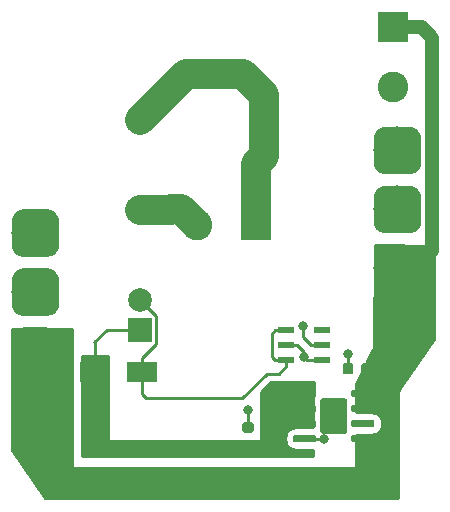
<source format=gbr>
G04 #@! TF.GenerationSoftware,KiCad,Pcbnew,5.1.4*
G04 #@! TF.CreationDate,2020-01-08T09:35:31-05:00*
G04 #@! TF.ProjectId,siot-node-relay,73696f74-2d6e-46f6-9465-2d72656c6179,rev?*
G04 #@! TF.SameCoordinates,Original*
G04 #@! TF.FileFunction,Copper,L1,Top*
G04 #@! TF.FilePolarity,Positive*
%FSLAX46Y46*%
G04 Gerber Fmt 4.6, Leading zero omitted, Abs format (unit mm)*
G04 Created by KiCad (PCBNEW 5.1.4) date 2020-01-08 09:35:31*
%MOMM*%
%LPD*%
G04 APERTURE LIST*
%ADD10C,2.600000*%
%ADD11R,2.600000X2.600000*%
%ADD12C,2.000000*%
%ADD13R,2.000000X2.000000*%
%ADD14R,1.330000X0.530000*%
%ADD15C,0.800000*%
%ADD16C,0.100000*%
%ADD17C,0.600000*%
%ADD18C,2.290000*%
%ADD19R,2.500000X1.800000*%
%ADD20C,4.000000*%
%ADD21C,0.875000*%
%ADD22C,0.250000*%
%ADD23C,1.143000*%
%ADD24C,2.540000*%
%ADD25C,0.254000*%
G04 APERTURE END LIST*
D10*
X194750000Y-83100000D03*
D11*
X194750000Y-78100000D03*
D10*
X178150000Y-94800000D03*
D11*
X183150000Y-94800000D03*
D12*
X173350000Y-85920000D03*
X173350000Y-93540000D03*
X173350000Y-101160000D03*
D13*
X173350000Y-103700000D03*
D14*
X185725000Y-106270000D03*
X185725000Y-105000000D03*
X185725000Y-103730000D03*
X188775000Y-103730000D03*
X188775000Y-106270000D03*
X188775000Y-105000000D03*
D15*
X190250000Y-111900000D03*
X189150000Y-111900000D03*
X190250000Y-111000000D03*
X190250000Y-110100000D03*
X189150000Y-111000000D03*
D16*
G36*
X193064703Y-108795722D02*
G01*
X193079264Y-108797882D01*
X193093543Y-108801459D01*
X193107403Y-108806418D01*
X193120710Y-108812712D01*
X193133336Y-108820280D01*
X193145159Y-108829048D01*
X193156066Y-108838934D01*
X193165952Y-108849841D01*
X193174720Y-108861664D01*
X193182288Y-108874290D01*
X193188582Y-108887597D01*
X193193541Y-108901457D01*
X193197118Y-108915736D01*
X193199278Y-108930297D01*
X193200000Y-108945000D01*
X193200000Y-109245000D01*
X193199278Y-109259703D01*
X193197118Y-109274264D01*
X193193541Y-109288543D01*
X193188582Y-109302403D01*
X193182288Y-109315710D01*
X193174720Y-109328336D01*
X193165952Y-109340159D01*
X193156066Y-109351066D01*
X193145159Y-109360952D01*
X193133336Y-109369720D01*
X193120710Y-109377288D01*
X193107403Y-109383582D01*
X193093543Y-109388541D01*
X193079264Y-109392118D01*
X193064703Y-109394278D01*
X193050000Y-109395000D01*
X191400000Y-109395000D01*
X191385297Y-109394278D01*
X191370736Y-109392118D01*
X191356457Y-109388541D01*
X191342597Y-109383582D01*
X191329290Y-109377288D01*
X191316664Y-109369720D01*
X191304841Y-109360952D01*
X191293934Y-109351066D01*
X191284048Y-109340159D01*
X191275280Y-109328336D01*
X191267712Y-109315710D01*
X191261418Y-109302403D01*
X191256459Y-109288543D01*
X191252882Y-109274264D01*
X191250722Y-109259703D01*
X191250000Y-109245000D01*
X191250000Y-108945000D01*
X191250722Y-108930297D01*
X191252882Y-108915736D01*
X191256459Y-108901457D01*
X191261418Y-108887597D01*
X191267712Y-108874290D01*
X191275280Y-108861664D01*
X191284048Y-108849841D01*
X191293934Y-108838934D01*
X191304841Y-108829048D01*
X191316664Y-108820280D01*
X191329290Y-108812712D01*
X191342597Y-108806418D01*
X191356457Y-108801459D01*
X191370736Y-108797882D01*
X191385297Y-108795722D01*
X191400000Y-108795000D01*
X193050000Y-108795000D01*
X193064703Y-108795722D01*
X193064703Y-108795722D01*
G37*
D17*
X192225000Y-109095000D03*
D16*
G36*
X193064703Y-110065722D02*
G01*
X193079264Y-110067882D01*
X193093543Y-110071459D01*
X193107403Y-110076418D01*
X193120710Y-110082712D01*
X193133336Y-110090280D01*
X193145159Y-110099048D01*
X193156066Y-110108934D01*
X193165952Y-110119841D01*
X193174720Y-110131664D01*
X193182288Y-110144290D01*
X193188582Y-110157597D01*
X193193541Y-110171457D01*
X193197118Y-110185736D01*
X193199278Y-110200297D01*
X193200000Y-110215000D01*
X193200000Y-110515000D01*
X193199278Y-110529703D01*
X193197118Y-110544264D01*
X193193541Y-110558543D01*
X193188582Y-110572403D01*
X193182288Y-110585710D01*
X193174720Y-110598336D01*
X193165952Y-110610159D01*
X193156066Y-110621066D01*
X193145159Y-110630952D01*
X193133336Y-110639720D01*
X193120710Y-110647288D01*
X193107403Y-110653582D01*
X193093543Y-110658541D01*
X193079264Y-110662118D01*
X193064703Y-110664278D01*
X193050000Y-110665000D01*
X191400000Y-110665000D01*
X191385297Y-110664278D01*
X191370736Y-110662118D01*
X191356457Y-110658541D01*
X191342597Y-110653582D01*
X191329290Y-110647288D01*
X191316664Y-110639720D01*
X191304841Y-110630952D01*
X191293934Y-110621066D01*
X191284048Y-110610159D01*
X191275280Y-110598336D01*
X191267712Y-110585710D01*
X191261418Y-110572403D01*
X191256459Y-110558543D01*
X191252882Y-110544264D01*
X191250722Y-110529703D01*
X191250000Y-110515000D01*
X191250000Y-110215000D01*
X191250722Y-110200297D01*
X191252882Y-110185736D01*
X191256459Y-110171457D01*
X191261418Y-110157597D01*
X191267712Y-110144290D01*
X191275280Y-110131664D01*
X191284048Y-110119841D01*
X191293934Y-110108934D01*
X191304841Y-110099048D01*
X191316664Y-110090280D01*
X191329290Y-110082712D01*
X191342597Y-110076418D01*
X191356457Y-110071459D01*
X191370736Y-110067882D01*
X191385297Y-110065722D01*
X191400000Y-110065000D01*
X193050000Y-110065000D01*
X193064703Y-110065722D01*
X193064703Y-110065722D01*
G37*
D17*
X192225000Y-110365000D03*
D16*
G36*
X193064703Y-111335722D02*
G01*
X193079264Y-111337882D01*
X193093543Y-111341459D01*
X193107403Y-111346418D01*
X193120710Y-111352712D01*
X193133336Y-111360280D01*
X193145159Y-111369048D01*
X193156066Y-111378934D01*
X193165952Y-111389841D01*
X193174720Y-111401664D01*
X193182288Y-111414290D01*
X193188582Y-111427597D01*
X193193541Y-111441457D01*
X193197118Y-111455736D01*
X193199278Y-111470297D01*
X193200000Y-111485000D01*
X193200000Y-111785000D01*
X193199278Y-111799703D01*
X193197118Y-111814264D01*
X193193541Y-111828543D01*
X193188582Y-111842403D01*
X193182288Y-111855710D01*
X193174720Y-111868336D01*
X193165952Y-111880159D01*
X193156066Y-111891066D01*
X193145159Y-111900952D01*
X193133336Y-111909720D01*
X193120710Y-111917288D01*
X193107403Y-111923582D01*
X193093543Y-111928541D01*
X193079264Y-111932118D01*
X193064703Y-111934278D01*
X193050000Y-111935000D01*
X191400000Y-111935000D01*
X191385297Y-111934278D01*
X191370736Y-111932118D01*
X191356457Y-111928541D01*
X191342597Y-111923582D01*
X191329290Y-111917288D01*
X191316664Y-111909720D01*
X191304841Y-111900952D01*
X191293934Y-111891066D01*
X191284048Y-111880159D01*
X191275280Y-111868336D01*
X191267712Y-111855710D01*
X191261418Y-111842403D01*
X191256459Y-111828543D01*
X191252882Y-111814264D01*
X191250722Y-111799703D01*
X191250000Y-111785000D01*
X191250000Y-111485000D01*
X191250722Y-111470297D01*
X191252882Y-111455736D01*
X191256459Y-111441457D01*
X191261418Y-111427597D01*
X191267712Y-111414290D01*
X191275280Y-111401664D01*
X191284048Y-111389841D01*
X191293934Y-111378934D01*
X191304841Y-111369048D01*
X191316664Y-111360280D01*
X191329290Y-111352712D01*
X191342597Y-111346418D01*
X191356457Y-111341459D01*
X191370736Y-111337882D01*
X191385297Y-111335722D01*
X191400000Y-111335000D01*
X193050000Y-111335000D01*
X193064703Y-111335722D01*
X193064703Y-111335722D01*
G37*
D17*
X192225000Y-111635000D03*
D16*
G36*
X193064703Y-112605722D02*
G01*
X193079264Y-112607882D01*
X193093543Y-112611459D01*
X193107403Y-112616418D01*
X193120710Y-112622712D01*
X193133336Y-112630280D01*
X193145159Y-112639048D01*
X193156066Y-112648934D01*
X193165952Y-112659841D01*
X193174720Y-112671664D01*
X193182288Y-112684290D01*
X193188582Y-112697597D01*
X193193541Y-112711457D01*
X193197118Y-112725736D01*
X193199278Y-112740297D01*
X193200000Y-112755000D01*
X193200000Y-113055000D01*
X193199278Y-113069703D01*
X193197118Y-113084264D01*
X193193541Y-113098543D01*
X193188582Y-113112403D01*
X193182288Y-113125710D01*
X193174720Y-113138336D01*
X193165952Y-113150159D01*
X193156066Y-113161066D01*
X193145159Y-113170952D01*
X193133336Y-113179720D01*
X193120710Y-113187288D01*
X193107403Y-113193582D01*
X193093543Y-113198541D01*
X193079264Y-113202118D01*
X193064703Y-113204278D01*
X193050000Y-113205000D01*
X191400000Y-113205000D01*
X191385297Y-113204278D01*
X191370736Y-113202118D01*
X191356457Y-113198541D01*
X191342597Y-113193582D01*
X191329290Y-113187288D01*
X191316664Y-113179720D01*
X191304841Y-113170952D01*
X191293934Y-113161066D01*
X191284048Y-113150159D01*
X191275280Y-113138336D01*
X191267712Y-113125710D01*
X191261418Y-113112403D01*
X191256459Y-113098543D01*
X191252882Y-113084264D01*
X191250722Y-113069703D01*
X191250000Y-113055000D01*
X191250000Y-112755000D01*
X191250722Y-112740297D01*
X191252882Y-112725736D01*
X191256459Y-112711457D01*
X191261418Y-112697597D01*
X191267712Y-112684290D01*
X191275280Y-112671664D01*
X191284048Y-112659841D01*
X191293934Y-112648934D01*
X191304841Y-112639048D01*
X191316664Y-112630280D01*
X191329290Y-112622712D01*
X191342597Y-112616418D01*
X191356457Y-112611459D01*
X191370736Y-112607882D01*
X191385297Y-112605722D01*
X191400000Y-112605000D01*
X193050000Y-112605000D01*
X193064703Y-112605722D01*
X193064703Y-112605722D01*
G37*
D17*
X192225000Y-112905000D03*
D16*
G36*
X188114703Y-112605722D02*
G01*
X188129264Y-112607882D01*
X188143543Y-112611459D01*
X188157403Y-112616418D01*
X188170710Y-112622712D01*
X188183336Y-112630280D01*
X188195159Y-112639048D01*
X188206066Y-112648934D01*
X188215952Y-112659841D01*
X188224720Y-112671664D01*
X188232288Y-112684290D01*
X188238582Y-112697597D01*
X188243541Y-112711457D01*
X188247118Y-112725736D01*
X188249278Y-112740297D01*
X188250000Y-112755000D01*
X188250000Y-113055000D01*
X188249278Y-113069703D01*
X188247118Y-113084264D01*
X188243541Y-113098543D01*
X188238582Y-113112403D01*
X188232288Y-113125710D01*
X188224720Y-113138336D01*
X188215952Y-113150159D01*
X188206066Y-113161066D01*
X188195159Y-113170952D01*
X188183336Y-113179720D01*
X188170710Y-113187288D01*
X188157403Y-113193582D01*
X188143543Y-113198541D01*
X188129264Y-113202118D01*
X188114703Y-113204278D01*
X188100000Y-113205000D01*
X186450000Y-113205000D01*
X186435297Y-113204278D01*
X186420736Y-113202118D01*
X186406457Y-113198541D01*
X186392597Y-113193582D01*
X186379290Y-113187288D01*
X186366664Y-113179720D01*
X186354841Y-113170952D01*
X186343934Y-113161066D01*
X186334048Y-113150159D01*
X186325280Y-113138336D01*
X186317712Y-113125710D01*
X186311418Y-113112403D01*
X186306459Y-113098543D01*
X186302882Y-113084264D01*
X186300722Y-113069703D01*
X186300000Y-113055000D01*
X186300000Y-112755000D01*
X186300722Y-112740297D01*
X186302882Y-112725736D01*
X186306459Y-112711457D01*
X186311418Y-112697597D01*
X186317712Y-112684290D01*
X186325280Y-112671664D01*
X186334048Y-112659841D01*
X186343934Y-112648934D01*
X186354841Y-112639048D01*
X186366664Y-112630280D01*
X186379290Y-112622712D01*
X186392597Y-112616418D01*
X186406457Y-112611459D01*
X186420736Y-112607882D01*
X186435297Y-112605722D01*
X186450000Y-112605000D01*
X188100000Y-112605000D01*
X188114703Y-112605722D01*
X188114703Y-112605722D01*
G37*
D17*
X187275000Y-112905000D03*
D16*
G36*
X188114703Y-111335722D02*
G01*
X188129264Y-111337882D01*
X188143543Y-111341459D01*
X188157403Y-111346418D01*
X188170710Y-111352712D01*
X188183336Y-111360280D01*
X188195159Y-111369048D01*
X188206066Y-111378934D01*
X188215952Y-111389841D01*
X188224720Y-111401664D01*
X188232288Y-111414290D01*
X188238582Y-111427597D01*
X188243541Y-111441457D01*
X188247118Y-111455736D01*
X188249278Y-111470297D01*
X188250000Y-111485000D01*
X188250000Y-111785000D01*
X188249278Y-111799703D01*
X188247118Y-111814264D01*
X188243541Y-111828543D01*
X188238582Y-111842403D01*
X188232288Y-111855710D01*
X188224720Y-111868336D01*
X188215952Y-111880159D01*
X188206066Y-111891066D01*
X188195159Y-111900952D01*
X188183336Y-111909720D01*
X188170710Y-111917288D01*
X188157403Y-111923582D01*
X188143543Y-111928541D01*
X188129264Y-111932118D01*
X188114703Y-111934278D01*
X188100000Y-111935000D01*
X186450000Y-111935000D01*
X186435297Y-111934278D01*
X186420736Y-111932118D01*
X186406457Y-111928541D01*
X186392597Y-111923582D01*
X186379290Y-111917288D01*
X186366664Y-111909720D01*
X186354841Y-111900952D01*
X186343934Y-111891066D01*
X186334048Y-111880159D01*
X186325280Y-111868336D01*
X186317712Y-111855710D01*
X186311418Y-111842403D01*
X186306459Y-111828543D01*
X186302882Y-111814264D01*
X186300722Y-111799703D01*
X186300000Y-111785000D01*
X186300000Y-111485000D01*
X186300722Y-111470297D01*
X186302882Y-111455736D01*
X186306459Y-111441457D01*
X186311418Y-111427597D01*
X186317712Y-111414290D01*
X186325280Y-111401664D01*
X186334048Y-111389841D01*
X186343934Y-111378934D01*
X186354841Y-111369048D01*
X186366664Y-111360280D01*
X186379290Y-111352712D01*
X186392597Y-111346418D01*
X186406457Y-111341459D01*
X186420736Y-111337882D01*
X186435297Y-111335722D01*
X186450000Y-111335000D01*
X188100000Y-111335000D01*
X188114703Y-111335722D01*
X188114703Y-111335722D01*
G37*
D17*
X187275000Y-111635000D03*
D16*
G36*
X188114703Y-110065722D02*
G01*
X188129264Y-110067882D01*
X188143543Y-110071459D01*
X188157403Y-110076418D01*
X188170710Y-110082712D01*
X188183336Y-110090280D01*
X188195159Y-110099048D01*
X188206066Y-110108934D01*
X188215952Y-110119841D01*
X188224720Y-110131664D01*
X188232288Y-110144290D01*
X188238582Y-110157597D01*
X188243541Y-110171457D01*
X188247118Y-110185736D01*
X188249278Y-110200297D01*
X188250000Y-110215000D01*
X188250000Y-110515000D01*
X188249278Y-110529703D01*
X188247118Y-110544264D01*
X188243541Y-110558543D01*
X188238582Y-110572403D01*
X188232288Y-110585710D01*
X188224720Y-110598336D01*
X188215952Y-110610159D01*
X188206066Y-110621066D01*
X188195159Y-110630952D01*
X188183336Y-110639720D01*
X188170710Y-110647288D01*
X188157403Y-110653582D01*
X188143543Y-110658541D01*
X188129264Y-110662118D01*
X188114703Y-110664278D01*
X188100000Y-110665000D01*
X186450000Y-110665000D01*
X186435297Y-110664278D01*
X186420736Y-110662118D01*
X186406457Y-110658541D01*
X186392597Y-110653582D01*
X186379290Y-110647288D01*
X186366664Y-110639720D01*
X186354841Y-110630952D01*
X186343934Y-110621066D01*
X186334048Y-110610159D01*
X186325280Y-110598336D01*
X186317712Y-110585710D01*
X186311418Y-110572403D01*
X186306459Y-110558543D01*
X186302882Y-110544264D01*
X186300722Y-110529703D01*
X186300000Y-110515000D01*
X186300000Y-110215000D01*
X186300722Y-110200297D01*
X186302882Y-110185736D01*
X186306459Y-110171457D01*
X186311418Y-110157597D01*
X186317712Y-110144290D01*
X186325280Y-110131664D01*
X186334048Y-110119841D01*
X186343934Y-110108934D01*
X186354841Y-110099048D01*
X186366664Y-110090280D01*
X186379290Y-110082712D01*
X186392597Y-110076418D01*
X186406457Y-110071459D01*
X186420736Y-110067882D01*
X186435297Y-110065722D01*
X186450000Y-110065000D01*
X188100000Y-110065000D01*
X188114703Y-110065722D01*
X188114703Y-110065722D01*
G37*
D17*
X187275000Y-110365000D03*
D16*
G36*
X188114703Y-108795722D02*
G01*
X188129264Y-108797882D01*
X188143543Y-108801459D01*
X188157403Y-108806418D01*
X188170710Y-108812712D01*
X188183336Y-108820280D01*
X188195159Y-108829048D01*
X188206066Y-108838934D01*
X188215952Y-108849841D01*
X188224720Y-108861664D01*
X188232288Y-108874290D01*
X188238582Y-108887597D01*
X188243541Y-108901457D01*
X188247118Y-108915736D01*
X188249278Y-108930297D01*
X188250000Y-108945000D01*
X188250000Y-109245000D01*
X188249278Y-109259703D01*
X188247118Y-109274264D01*
X188243541Y-109288543D01*
X188238582Y-109302403D01*
X188232288Y-109315710D01*
X188224720Y-109328336D01*
X188215952Y-109340159D01*
X188206066Y-109351066D01*
X188195159Y-109360952D01*
X188183336Y-109369720D01*
X188170710Y-109377288D01*
X188157403Y-109383582D01*
X188143543Y-109388541D01*
X188129264Y-109392118D01*
X188114703Y-109394278D01*
X188100000Y-109395000D01*
X186450000Y-109395000D01*
X186435297Y-109394278D01*
X186420736Y-109392118D01*
X186406457Y-109388541D01*
X186392597Y-109383582D01*
X186379290Y-109377288D01*
X186366664Y-109369720D01*
X186354841Y-109360952D01*
X186343934Y-109351066D01*
X186334048Y-109340159D01*
X186325280Y-109328336D01*
X186317712Y-109315710D01*
X186311418Y-109302403D01*
X186306459Y-109288543D01*
X186302882Y-109274264D01*
X186300722Y-109259703D01*
X186300000Y-109245000D01*
X186300000Y-108945000D01*
X186300722Y-108930297D01*
X186302882Y-108915736D01*
X186306459Y-108901457D01*
X186311418Y-108887597D01*
X186317712Y-108874290D01*
X186325280Y-108861664D01*
X186334048Y-108849841D01*
X186343934Y-108838934D01*
X186354841Y-108829048D01*
X186366664Y-108820280D01*
X186379290Y-108812712D01*
X186392597Y-108806418D01*
X186406457Y-108801459D01*
X186420736Y-108797882D01*
X186435297Y-108795722D01*
X186450000Y-108795000D01*
X188100000Y-108795000D01*
X188114703Y-108795722D01*
X188114703Y-108795722D01*
G37*
D17*
X187275000Y-109095000D03*
D15*
X189150000Y-110100000D03*
D16*
G36*
X190669505Y-109501204D02*
G01*
X190693773Y-109504804D01*
X190717572Y-109510765D01*
X190740671Y-109519030D01*
X190762850Y-109529520D01*
X190783893Y-109542132D01*
X190803599Y-109556747D01*
X190821777Y-109573223D01*
X190838253Y-109591401D01*
X190852868Y-109611107D01*
X190865480Y-109632150D01*
X190875970Y-109654329D01*
X190884235Y-109677428D01*
X190890196Y-109701227D01*
X190893796Y-109725495D01*
X190895000Y-109749999D01*
X190895000Y-112250001D01*
X190893796Y-112274505D01*
X190890196Y-112298773D01*
X190884235Y-112322572D01*
X190875970Y-112345671D01*
X190865480Y-112367850D01*
X190852868Y-112388893D01*
X190838253Y-112408599D01*
X190821777Y-112426777D01*
X190803599Y-112443253D01*
X190783893Y-112457868D01*
X190762850Y-112470480D01*
X190740671Y-112480970D01*
X190717572Y-112489235D01*
X190693773Y-112495196D01*
X190669505Y-112498796D01*
X190645001Y-112500000D01*
X188854999Y-112500000D01*
X188830495Y-112498796D01*
X188806227Y-112495196D01*
X188782428Y-112489235D01*
X188759329Y-112480970D01*
X188737150Y-112470480D01*
X188716107Y-112457868D01*
X188696401Y-112443253D01*
X188678223Y-112426777D01*
X188661747Y-112408599D01*
X188647132Y-112388893D01*
X188634520Y-112367850D01*
X188624030Y-112345671D01*
X188615765Y-112322572D01*
X188609804Y-112298773D01*
X188606204Y-112274505D01*
X188605000Y-112250001D01*
X188605000Y-109749999D01*
X188606204Y-109725495D01*
X188609804Y-109701227D01*
X188615765Y-109677428D01*
X188624030Y-109654329D01*
X188634520Y-109632150D01*
X188647132Y-109611107D01*
X188661747Y-109591401D01*
X188678223Y-109573223D01*
X188696401Y-109556747D01*
X188716107Y-109542132D01*
X188737150Y-109529520D01*
X188759329Y-109519030D01*
X188782428Y-109510765D01*
X188806227Y-109504804D01*
X188830495Y-109501204D01*
X188854999Y-109500000D01*
X190645001Y-109500000D01*
X190669505Y-109501204D01*
X190669505Y-109501204D01*
G37*
D18*
X189750000Y-111000000D03*
D19*
X173550000Y-107250000D03*
X169550000Y-107250000D03*
D16*
G36*
X196248017Y-86504815D02*
G01*
X196345090Y-86519215D01*
X196440285Y-86543060D01*
X196532683Y-86576120D01*
X196621397Y-86618079D01*
X196705570Y-86668530D01*
X196784393Y-86726990D01*
X196857107Y-86792893D01*
X196923010Y-86865607D01*
X196981470Y-86944430D01*
X197031921Y-87028603D01*
X197073880Y-87117317D01*
X197106940Y-87209715D01*
X197130785Y-87304910D01*
X197145185Y-87401983D01*
X197150000Y-87500000D01*
X197150000Y-89500000D01*
X197145185Y-89598017D01*
X197130785Y-89695090D01*
X197106940Y-89790285D01*
X197073880Y-89882683D01*
X197031921Y-89971397D01*
X196981470Y-90055570D01*
X196923010Y-90134393D01*
X196857107Y-90207107D01*
X196784393Y-90273010D01*
X196705570Y-90331470D01*
X196621397Y-90381921D01*
X196532683Y-90423880D01*
X196440285Y-90456940D01*
X196345090Y-90480785D01*
X196248017Y-90495185D01*
X196150000Y-90500000D01*
X194150000Y-90500000D01*
X194051983Y-90495185D01*
X193954910Y-90480785D01*
X193859715Y-90456940D01*
X193767317Y-90423880D01*
X193678603Y-90381921D01*
X193594430Y-90331470D01*
X193515607Y-90273010D01*
X193442893Y-90207107D01*
X193376990Y-90134393D01*
X193318530Y-90055570D01*
X193268079Y-89971397D01*
X193226120Y-89882683D01*
X193193060Y-89790285D01*
X193169215Y-89695090D01*
X193154815Y-89598017D01*
X193150000Y-89500000D01*
X193150000Y-87500000D01*
X193154815Y-87401983D01*
X193169215Y-87304910D01*
X193193060Y-87209715D01*
X193226120Y-87117317D01*
X193268079Y-87028603D01*
X193318530Y-86944430D01*
X193376990Y-86865607D01*
X193442893Y-86792893D01*
X193515607Y-86726990D01*
X193594430Y-86668530D01*
X193678603Y-86618079D01*
X193767317Y-86576120D01*
X193859715Y-86543060D01*
X193954910Y-86519215D01*
X194051983Y-86504815D01*
X194150000Y-86500000D01*
X196150000Y-86500000D01*
X196248017Y-86504815D01*
X196248017Y-86504815D01*
G37*
D20*
X195150000Y-88500000D03*
D16*
G36*
X196248017Y-91504815D02*
G01*
X196345090Y-91519215D01*
X196440285Y-91543060D01*
X196532683Y-91576120D01*
X196621397Y-91618079D01*
X196705570Y-91668530D01*
X196784393Y-91726990D01*
X196857107Y-91792893D01*
X196923010Y-91865607D01*
X196981470Y-91944430D01*
X197031921Y-92028603D01*
X197073880Y-92117317D01*
X197106940Y-92209715D01*
X197130785Y-92304910D01*
X197145185Y-92401983D01*
X197150000Y-92500000D01*
X197150000Y-94500000D01*
X197145185Y-94598017D01*
X197130785Y-94695090D01*
X197106940Y-94790285D01*
X197073880Y-94882683D01*
X197031921Y-94971397D01*
X196981470Y-95055570D01*
X196923010Y-95134393D01*
X196857107Y-95207107D01*
X196784393Y-95273010D01*
X196705570Y-95331470D01*
X196621397Y-95381921D01*
X196532683Y-95423880D01*
X196440285Y-95456940D01*
X196345090Y-95480785D01*
X196248017Y-95495185D01*
X196150000Y-95500000D01*
X194150000Y-95500000D01*
X194051983Y-95495185D01*
X193954910Y-95480785D01*
X193859715Y-95456940D01*
X193767317Y-95423880D01*
X193678603Y-95381921D01*
X193594430Y-95331470D01*
X193515607Y-95273010D01*
X193442893Y-95207107D01*
X193376990Y-95134393D01*
X193318530Y-95055570D01*
X193268079Y-94971397D01*
X193226120Y-94882683D01*
X193193060Y-94790285D01*
X193169215Y-94695090D01*
X193154815Y-94598017D01*
X193150000Y-94500000D01*
X193150000Y-92500000D01*
X193154815Y-92401983D01*
X193169215Y-92304910D01*
X193193060Y-92209715D01*
X193226120Y-92117317D01*
X193268079Y-92028603D01*
X193318530Y-91944430D01*
X193376990Y-91865607D01*
X193442893Y-91792893D01*
X193515607Y-91726990D01*
X193594430Y-91668530D01*
X193678603Y-91618079D01*
X193767317Y-91576120D01*
X193859715Y-91543060D01*
X193954910Y-91519215D01*
X194051983Y-91504815D01*
X194150000Y-91500000D01*
X196150000Y-91500000D01*
X196248017Y-91504815D01*
X196248017Y-91504815D01*
G37*
D20*
X195150000Y-93500000D03*
D16*
G36*
X196248017Y-96504815D02*
G01*
X196345090Y-96519215D01*
X196440285Y-96543060D01*
X196532683Y-96576120D01*
X196621397Y-96618079D01*
X196705570Y-96668530D01*
X196784393Y-96726990D01*
X196857107Y-96792893D01*
X196923010Y-96865607D01*
X196981470Y-96944430D01*
X197031921Y-97028603D01*
X197073880Y-97117317D01*
X197106940Y-97209715D01*
X197130785Y-97304910D01*
X197145185Y-97401983D01*
X197150000Y-97500000D01*
X197150000Y-99500000D01*
X197145185Y-99598017D01*
X197130785Y-99695090D01*
X197106940Y-99790285D01*
X197073880Y-99882683D01*
X197031921Y-99971397D01*
X196981470Y-100055570D01*
X196923010Y-100134393D01*
X196857107Y-100207107D01*
X196784393Y-100273010D01*
X196705570Y-100331470D01*
X196621397Y-100381921D01*
X196532683Y-100423880D01*
X196440285Y-100456940D01*
X196345090Y-100480785D01*
X196248017Y-100495185D01*
X196150000Y-100500000D01*
X194150000Y-100500000D01*
X194051983Y-100495185D01*
X193954910Y-100480785D01*
X193859715Y-100456940D01*
X193767317Y-100423880D01*
X193678603Y-100381921D01*
X193594430Y-100331470D01*
X193515607Y-100273010D01*
X193442893Y-100207107D01*
X193376990Y-100134393D01*
X193318530Y-100055570D01*
X193268079Y-99971397D01*
X193226120Y-99882683D01*
X193193060Y-99790285D01*
X193169215Y-99695090D01*
X193154815Y-99598017D01*
X193150000Y-99500000D01*
X193150000Y-97500000D01*
X193154815Y-97401983D01*
X193169215Y-97304910D01*
X193193060Y-97209715D01*
X193226120Y-97117317D01*
X193268079Y-97028603D01*
X193318530Y-96944430D01*
X193376990Y-96865607D01*
X193442893Y-96792893D01*
X193515607Y-96726990D01*
X193594430Y-96668530D01*
X193678603Y-96618079D01*
X193767317Y-96576120D01*
X193859715Y-96543060D01*
X193954910Y-96519215D01*
X194051983Y-96504815D01*
X194150000Y-96500000D01*
X196150000Y-96500000D01*
X196248017Y-96504815D01*
X196248017Y-96504815D01*
G37*
D20*
X195150000Y-98500000D03*
D16*
G36*
X165598017Y-93504815D02*
G01*
X165695090Y-93519215D01*
X165790285Y-93543060D01*
X165882683Y-93576120D01*
X165971397Y-93618079D01*
X166055570Y-93668530D01*
X166134393Y-93726990D01*
X166207107Y-93792893D01*
X166273010Y-93865607D01*
X166331470Y-93944430D01*
X166381921Y-94028603D01*
X166423880Y-94117317D01*
X166456940Y-94209715D01*
X166480785Y-94304910D01*
X166495185Y-94401983D01*
X166500000Y-94500000D01*
X166500000Y-96500000D01*
X166495185Y-96598017D01*
X166480785Y-96695090D01*
X166456940Y-96790285D01*
X166423880Y-96882683D01*
X166381921Y-96971397D01*
X166331470Y-97055570D01*
X166273010Y-97134393D01*
X166207107Y-97207107D01*
X166134393Y-97273010D01*
X166055570Y-97331470D01*
X165971397Y-97381921D01*
X165882683Y-97423880D01*
X165790285Y-97456940D01*
X165695090Y-97480785D01*
X165598017Y-97495185D01*
X165500000Y-97500000D01*
X163500000Y-97500000D01*
X163401983Y-97495185D01*
X163304910Y-97480785D01*
X163209715Y-97456940D01*
X163117317Y-97423880D01*
X163028603Y-97381921D01*
X162944430Y-97331470D01*
X162865607Y-97273010D01*
X162792893Y-97207107D01*
X162726990Y-97134393D01*
X162668530Y-97055570D01*
X162618079Y-96971397D01*
X162576120Y-96882683D01*
X162543060Y-96790285D01*
X162519215Y-96695090D01*
X162504815Y-96598017D01*
X162500000Y-96500000D01*
X162500000Y-94500000D01*
X162504815Y-94401983D01*
X162519215Y-94304910D01*
X162543060Y-94209715D01*
X162576120Y-94117317D01*
X162618079Y-94028603D01*
X162668530Y-93944430D01*
X162726990Y-93865607D01*
X162792893Y-93792893D01*
X162865607Y-93726990D01*
X162944430Y-93668530D01*
X163028603Y-93618079D01*
X163117317Y-93576120D01*
X163209715Y-93543060D01*
X163304910Y-93519215D01*
X163401983Y-93504815D01*
X163500000Y-93500000D01*
X165500000Y-93500000D01*
X165598017Y-93504815D01*
X165598017Y-93504815D01*
G37*
D20*
X164500000Y-95500000D03*
D16*
G36*
X165598017Y-98504815D02*
G01*
X165695090Y-98519215D01*
X165790285Y-98543060D01*
X165882683Y-98576120D01*
X165971397Y-98618079D01*
X166055570Y-98668530D01*
X166134393Y-98726990D01*
X166207107Y-98792893D01*
X166273010Y-98865607D01*
X166331470Y-98944430D01*
X166381921Y-99028603D01*
X166423880Y-99117317D01*
X166456940Y-99209715D01*
X166480785Y-99304910D01*
X166495185Y-99401983D01*
X166500000Y-99500000D01*
X166500000Y-101500000D01*
X166495185Y-101598017D01*
X166480785Y-101695090D01*
X166456940Y-101790285D01*
X166423880Y-101882683D01*
X166381921Y-101971397D01*
X166331470Y-102055570D01*
X166273010Y-102134393D01*
X166207107Y-102207107D01*
X166134393Y-102273010D01*
X166055570Y-102331470D01*
X165971397Y-102381921D01*
X165882683Y-102423880D01*
X165790285Y-102456940D01*
X165695090Y-102480785D01*
X165598017Y-102495185D01*
X165500000Y-102500000D01*
X163500000Y-102500000D01*
X163401983Y-102495185D01*
X163304910Y-102480785D01*
X163209715Y-102456940D01*
X163117317Y-102423880D01*
X163028603Y-102381921D01*
X162944430Y-102331470D01*
X162865607Y-102273010D01*
X162792893Y-102207107D01*
X162726990Y-102134393D01*
X162668530Y-102055570D01*
X162618079Y-101971397D01*
X162576120Y-101882683D01*
X162543060Y-101790285D01*
X162519215Y-101695090D01*
X162504815Y-101598017D01*
X162500000Y-101500000D01*
X162500000Y-99500000D01*
X162504815Y-99401983D01*
X162519215Y-99304910D01*
X162543060Y-99209715D01*
X162576120Y-99117317D01*
X162618079Y-99028603D01*
X162668530Y-98944430D01*
X162726990Y-98865607D01*
X162792893Y-98792893D01*
X162865607Y-98726990D01*
X162944430Y-98668530D01*
X163028603Y-98618079D01*
X163117317Y-98576120D01*
X163209715Y-98543060D01*
X163304910Y-98519215D01*
X163401983Y-98504815D01*
X163500000Y-98500000D01*
X165500000Y-98500000D01*
X165598017Y-98504815D01*
X165598017Y-98504815D01*
G37*
D20*
X164500000Y-100500000D03*
D16*
G36*
X165598017Y-103504815D02*
G01*
X165695090Y-103519215D01*
X165790285Y-103543060D01*
X165882683Y-103576120D01*
X165971397Y-103618079D01*
X166055570Y-103668530D01*
X166134393Y-103726990D01*
X166207107Y-103792893D01*
X166273010Y-103865607D01*
X166331470Y-103944430D01*
X166381921Y-104028603D01*
X166423880Y-104117317D01*
X166456940Y-104209715D01*
X166480785Y-104304910D01*
X166495185Y-104401983D01*
X166500000Y-104500000D01*
X166500000Y-106500000D01*
X166495185Y-106598017D01*
X166480785Y-106695090D01*
X166456940Y-106790285D01*
X166423880Y-106882683D01*
X166381921Y-106971397D01*
X166331470Y-107055570D01*
X166273010Y-107134393D01*
X166207107Y-107207107D01*
X166134393Y-107273010D01*
X166055570Y-107331470D01*
X165971397Y-107381921D01*
X165882683Y-107423880D01*
X165790285Y-107456940D01*
X165695090Y-107480785D01*
X165598017Y-107495185D01*
X165500000Y-107500000D01*
X163500000Y-107500000D01*
X163401983Y-107495185D01*
X163304910Y-107480785D01*
X163209715Y-107456940D01*
X163117317Y-107423880D01*
X163028603Y-107381921D01*
X162944430Y-107331470D01*
X162865607Y-107273010D01*
X162792893Y-107207107D01*
X162726990Y-107134393D01*
X162668530Y-107055570D01*
X162618079Y-106971397D01*
X162576120Y-106882683D01*
X162543060Y-106790285D01*
X162519215Y-106695090D01*
X162504815Y-106598017D01*
X162500000Y-106500000D01*
X162500000Y-104500000D01*
X162504815Y-104401983D01*
X162519215Y-104304910D01*
X162543060Y-104209715D01*
X162576120Y-104117317D01*
X162618079Y-104028603D01*
X162668530Y-103944430D01*
X162726990Y-103865607D01*
X162792893Y-103792893D01*
X162865607Y-103726990D01*
X162944430Y-103668530D01*
X163028603Y-103618079D01*
X163117317Y-103576120D01*
X163209715Y-103543060D01*
X163304910Y-103519215D01*
X163401983Y-103504815D01*
X163500000Y-103500000D01*
X165500000Y-103500000D01*
X165598017Y-103504815D01*
X165598017Y-103504815D01*
G37*
D20*
X164500000Y-105500000D03*
D16*
G36*
X182777691Y-111526053D02*
G01*
X182798926Y-111529203D01*
X182819750Y-111534419D01*
X182839962Y-111541651D01*
X182859368Y-111550830D01*
X182877781Y-111561866D01*
X182895024Y-111574654D01*
X182910930Y-111589070D01*
X182925346Y-111604976D01*
X182938134Y-111622219D01*
X182949170Y-111640632D01*
X182958349Y-111660038D01*
X182965581Y-111680250D01*
X182970797Y-111701074D01*
X182973947Y-111722309D01*
X182975000Y-111743750D01*
X182975000Y-112181250D01*
X182973947Y-112202691D01*
X182970797Y-112223926D01*
X182965581Y-112244750D01*
X182958349Y-112264962D01*
X182949170Y-112284368D01*
X182938134Y-112302781D01*
X182925346Y-112320024D01*
X182910930Y-112335930D01*
X182895024Y-112350346D01*
X182877781Y-112363134D01*
X182859368Y-112374170D01*
X182839962Y-112383349D01*
X182819750Y-112390581D01*
X182798926Y-112395797D01*
X182777691Y-112398947D01*
X182756250Y-112400000D01*
X182243750Y-112400000D01*
X182222309Y-112398947D01*
X182201074Y-112395797D01*
X182180250Y-112390581D01*
X182160038Y-112383349D01*
X182140632Y-112374170D01*
X182122219Y-112363134D01*
X182104976Y-112350346D01*
X182089070Y-112335930D01*
X182074654Y-112320024D01*
X182061866Y-112302781D01*
X182050830Y-112284368D01*
X182041651Y-112264962D01*
X182034419Y-112244750D01*
X182029203Y-112223926D01*
X182026053Y-112202691D01*
X182025000Y-112181250D01*
X182025000Y-111743750D01*
X182026053Y-111722309D01*
X182029203Y-111701074D01*
X182034419Y-111680250D01*
X182041651Y-111660038D01*
X182050830Y-111640632D01*
X182061866Y-111622219D01*
X182074654Y-111604976D01*
X182089070Y-111589070D01*
X182104976Y-111574654D01*
X182122219Y-111561866D01*
X182140632Y-111550830D01*
X182160038Y-111541651D01*
X182180250Y-111534419D01*
X182201074Y-111529203D01*
X182222309Y-111526053D01*
X182243750Y-111525000D01*
X182756250Y-111525000D01*
X182777691Y-111526053D01*
X182777691Y-111526053D01*
G37*
D21*
X182500000Y-111962500D03*
D16*
G36*
X182777691Y-113101053D02*
G01*
X182798926Y-113104203D01*
X182819750Y-113109419D01*
X182839962Y-113116651D01*
X182859368Y-113125830D01*
X182877781Y-113136866D01*
X182895024Y-113149654D01*
X182910930Y-113164070D01*
X182925346Y-113179976D01*
X182938134Y-113197219D01*
X182949170Y-113215632D01*
X182958349Y-113235038D01*
X182965581Y-113255250D01*
X182970797Y-113276074D01*
X182973947Y-113297309D01*
X182975000Y-113318750D01*
X182975000Y-113756250D01*
X182973947Y-113777691D01*
X182970797Y-113798926D01*
X182965581Y-113819750D01*
X182958349Y-113839962D01*
X182949170Y-113859368D01*
X182938134Y-113877781D01*
X182925346Y-113895024D01*
X182910930Y-113910930D01*
X182895024Y-113925346D01*
X182877781Y-113938134D01*
X182859368Y-113949170D01*
X182839962Y-113958349D01*
X182819750Y-113965581D01*
X182798926Y-113970797D01*
X182777691Y-113973947D01*
X182756250Y-113975000D01*
X182243750Y-113975000D01*
X182222309Y-113973947D01*
X182201074Y-113970797D01*
X182180250Y-113965581D01*
X182160038Y-113958349D01*
X182140632Y-113949170D01*
X182122219Y-113938134D01*
X182104976Y-113925346D01*
X182089070Y-113910930D01*
X182074654Y-113895024D01*
X182061866Y-113877781D01*
X182050830Y-113859368D01*
X182041651Y-113839962D01*
X182034419Y-113819750D01*
X182029203Y-113798926D01*
X182026053Y-113777691D01*
X182025000Y-113756250D01*
X182025000Y-113318750D01*
X182026053Y-113297309D01*
X182029203Y-113276074D01*
X182034419Y-113255250D01*
X182041651Y-113235038D01*
X182050830Y-113215632D01*
X182061866Y-113197219D01*
X182074654Y-113179976D01*
X182089070Y-113164070D01*
X182104976Y-113149654D01*
X182122219Y-113136866D01*
X182140632Y-113125830D01*
X182160038Y-113116651D01*
X182180250Y-113109419D01*
X182201074Y-113104203D01*
X182222309Y-113101053D01*
X182243750Y-113100000D01*
X182756250Y-113100000D01*
X182777691Y-113101053D01*
X182777691Y-113101053D01*
G37*
D21*
X182500000Y-113537500D03*
D16*
G36*
X191202691Y-106526053D02*
G01*
X191223926Y-106529203D01*
X191244750Y-106534419D01*
X191264962Y-106541651D01*
X191284368Y-106550830D01*
X191302781Y-106561866D01*
X191320024Y-106574654D01*
X191335930Y-106589070D01*
X191350346Y-106604976D01*
X191363134Y-106622219D01*
X191374170Y-106640632D01*
X191383349Y-106660038D01*
X191390581Y-106680250D01*
X191395797Y-106701074D01*
X191398947Y-106722309D01*
X191400000Y-106743750D01*
X191400000Y-107256250D01*
X191398947Y-107277691D01*
X191395797Y-107298926D01*
X191390581Y-107319750D01*
X191383349Y-107339962D01*
X191374170Y-107359368D01*
X191363134Y-107377781D01*
X191350346Y-107395024D01*
X191335930Y-107410930D01*
X191320024Y-107425346D01*
X191302781Y-107438134D01*
X191284368Y-107449170D01*
X191264962Y-107458349D01*
X191244750Y-107465581D01*
X191223926Y-107470797D01*
X191202691Y-107473947D01*
X191181250Y-107475000D01*
X190743750Y-107475000D01*
X190722309Y-107473947D01*
X190701074Y-107470797D01*
X190680250Y-107465581D01*
X190660038Y-107458349D01*
X190640632Y-107449170D01*
X190622219Y-107438134D01*
X190604976Y-107425346D01*
X190589070Y-107410930D01*
X190574654Y-107395024D01*
X190561866Y-107377781D01*
X190550830Y-107359368D01*
X190541651Y-107339962D01*
X190534419Y-107319750D01*
X190529203Y-107298926D01*
X190526053Y-107277691D01*
X190525000Y-107256250D01*
X190525000Y-106743750D01*
X190526053Y-106722309D01*
X190529203Y-106701074D01*
X190534419Y-106680250D01*
X190541651Y-106660038D01*
X190550830Y-106640632D01*
X190561866Y-106622219D01*
X190574654Y-106604976D01*
X190589070Y-106589070D01*
X190604976Y-106574654D01*
X190622219Y-106561866D01*
X190640632Y-106550830D01*
X190660038Y-106541651D01*
X190680250Y-106534419D01*
X190701074Y-106529203D01*
X190722309Y-106526053D01*
X190743750Y-106525000D01*
X191181250Y-106525000D01*
X191202691Y-106526053D01*
X191202691Y-106526053D01*
G37*
D21*
X190962500Y-107000000D03*
D16*
G36*
X192777691Y-106526053D02*
G01*
X192798926Y-106529203D01*
X192819750Y-106534419D01*
X192839962Y-106541651D01*
X192859368Y-106550830D01*
X192877781Y-106561866D01*
X192895024Y-106574654D01*
X192910930Y-106589070D01*
X192925346Y-106604976D01*
X192938134Y-106622219D01*
X192949170Y-106640632D01*
X192958349Y-106660038D01*
X192965581Y-106680250D01*
X192970797Y-106701074D01*
X192973947Y-106722309D01*
X192975000Y-106743750D01*
X192975000Y-107256250D01*
X192973947Y-107277691D01*
X192970797Y-107298926D01*
X192965581Y-107319750D01*
X192958349Y-107339962D01*
X192949170Y-107359368D01*
X192938134Y-107377781D01*
X192925346Y-107395024D01*
X192910930Y-107410930D01*
X192895024Y-107425346D01*
X192877781Y-107438134D01*
X192859368Y-107449170D01*
X192839962Y-107458349D01*
X192819750Y-107465581D01*
X192798926Y-107470797D01*
X192777691Y-107473947D01*
X192756250Y-107475000D01*
X192318750Y-107475000D01*
X192297309Y-107473947D01*
X192276074Y-107470797D01*
X192255250Y-107465581D01*
X192235038Y-107458349D01*
X192215632Y-107449170D01*
X192197219Y-107438134D01*
X192179976Y-107425346D01*
X192164070Y-107410930D01*
X192149654Y-107395024D01*
X192136866Y-107377781D01*
X192125830Y-107359368D01*
X192116651Y-107339962D01*
X192109419Y-107319750D01*
X192104203Y-107298926D01*
X192101053Y-107277691D01*
X192100000Y-107256250D01*
X192100000Y-106743750D01*
X192101053Y-106722309D01*
X192104203Y-106701074D01*
X192109419Y-106680250D01*
X192116651Y-106660038D01*
X192125830Y-106640632D01*
X192136866Y-106622219D01*
X192149654Y-106604976D01*
X192164070Y-106589070D01*
X192179976Y-106574654D01*
X192197219Y-106561866D01*
X192215632Y-106550830D01*
X192235038Y-106541651D01*
X192255250Y-106534419D01*
X192276074Y-106529203D01*
X192297309Y-106526053D01*
X192318750Y-106525000D01*
X192756250Y-106525000D01*
X192777691Y-106526053D01*
X192777691Y-106526053D01*
G37*
D21*
X192537500Y-107000000D03*
D15*
X165750000Y-96750000D03*
X163250000Y-96750000D03*
X164500000Y-95500000D03*
X165500000Y-94250000D03*
X163250000Y-94250000D03*
X195150000Y-88500000D03*
X196250000Y-89700000D03*
X194000000Y-87500000D03*
X196250000Y-87500000D03*
X194050000Y-89800000D03*
X191000000Y-105750000D03*
X188905000Y-112905000D03*
X187250000Y-106000000D03*
X182500000Y-110500000D03*
X187150000Y-103400000D03*
X193650000Y-93500000D03*
X166000000Y-100500000D03*
D22*
X190962500Y-107000000D02*
X190962500Y-105787500D01*
X190962500Y-105787500D02*
X191000000Y-105750000D01*
X187275000Y-112905000D02*
X188905000Y-112905000D01*
X186640000Y-105000000D02*
X187250000Y-105610000D01*
X185725000Y-105000000D02*
X186640000Y-105000000D01*
X187250000Y-105610000D02*
X187250000Y-106000000D01*
X187520000Y-106270000D02*
X188775000Y-106270000D01*
X187250000Y-106000000D02*
X187520000Y-106270000D01*
X182500000Y-111962500D02*
X182500000Y-110500000D01*
X173350000Y-103700000D02*
X170550000Y-103700000D01*
X170550000Y-103700000D02*
X169500000Y-104750000D01*
X169550000Y-104800000D02*
X169550000Y-107250000D01*
X169500000Y-104750000D02*
X169550000Y-104800000D01*
X187860000Y-105000000D02*
X187150000Y-104290000D01*
X188775000Y-105000000D02*
X187860000Y-105000000D01*
X187150000Y-104290000D02*
X187150000Y-103400000D01*
X174750000Y-102560000D02*
X173350000Y-101160000D01*
X174750000Y-104900000D02*
X174750000Y-102560000D01*
X173550000Y-107250000D02*
X173550000Y-106100000D01*
X173550000Y-106100000D02*
X174750000Y-104900000D01*
X184810000Y-103730000D02*
X184500000Y-104040000D01*
X185725000Y-103730000D02*
X184810000Y-103730000D01*
X184500000Y-104040000D02*
X184500000Y-106000000D01*
X184770000Y-106270000D02*
X185725000Y-106270000D01*
X184500000Y-106000000D02*
X184770000Y-106270000D01*
X185725000Y-106785000D02*
X185110000Y-107400000D01*
X185725000Y-106270000D02*
X185725000Y-106785000D01*
X185110000Y-107400000D02*
X184100000Y-107400000D01*
X184100000Y-107400000D02*
X182000000Y-109500000D01*
X182000000Y-109500000D02*
X173900000Y-109500000D01*
X173550000Y-109150000D02*
X173550000Y-107250000D01*
X173900000Y-109500000D02*
X173550000Y-109150000D01*
D23*
X197400000Y-98350000D02*
X197250000Y-98500000D01*
X194750000Y-78100000D02*
X197193000Y-78100000D01*
X197400000Y-97700000D02*
X197400000Y-98350000D01*
X197250000Y-98500000D02*
X195150000Y-98500000D01*
X197193000Y-78100000D02*
X198100000Y-79007000D01*
X198100000Y-79007000D02*
X198100000Y-97000000D01*
X198100000Y-97000000D02*
X197400000Y-97700000D01*
D24*
X176850001Y-93500001D02*
X176000001Y-93500001D01*
X178150000Y-94800000D02*
X176850001Y-93500001D01*
X175960002Y-93540000D02*
X173350000Y-93540000D01*
X176000001Y-93500001D02*
X175960002Y-93540000D01*
X183866401Y-83825327D02*
X182084673Y-82043599D01*
X183866401Y-88945327D02*
X183866401Y-83825327D01*
X177226401Y-82043599D02*
X173350000Y-85920000D01*
X182084673Y-82043599D02*
X177226401Y-82043599D01*
X183150000Y-89661728D02*
X183866401Y-88945327D01*
X183150000Y-94800000D02*
X183150000Y-89661728D01*
D25*
G36*
X198265000Y-96619253D02*
G01*
X198265000Y-104470164D01*
X195362922Y-108656771D01*
X195335914Y-108689680D01*
X195304752Y-108747980D01*
X195272592Y-108805750D01*
X195270649Y-108811783D01*
X195267664Y-108817367D01*
X195248481Y-108880604D01*
X195228203Y-108943560D01*
X195227474Y-108949855D01*
X195225636Y-108955915D01*
X195219159Y-109021673D01*
X195211552Y-109087382D01*
X195215001Y-109129819D01*
X195215000Y-117965000D01*
X165337500Y-117965000D01*
X162535000Y-113872462D01*
X162535000Y-103627000D01*
X167623000Y-103627000D01*
X167623000Y-115300000D01*
X167625440Y-115324776D01*
X167632667Y-115348601D01*
X167644403Y-115370557D01*
X167660197Y-115389803D01*
X167679443Y-115405597D01*
X167701399Y-115417333D01*
X167725224Y-115424560D01*
X167750000Y-115427000D01*
X191500000Y-115427000D01*
X191524776Y-115424560D01*
X191548601Y-115417333D01*
X191570557Y-115405597D01*
X191589803Y-115389803D01*
X191605597Y-115370557D01*
X191617333Y-115348601D01*
X191624560Y-115324776D01*
X191627000Y-115300000D01*
X191627000Y-112573072D01*
X193050000Y-112573072D01*
X193203745Y-112557929D01*
X193351582Y-112513084D01*
X193487829Y-112440258D01*
X193607251Y-112342251D01*
X193705258Y-112222829D01*
X193778084Y-112086582D01*
X193822929Y-111938745D01*
X193838072Y-111785000D01*
X193838072Y-111485000D01*
X193822929Y-111331255D01*
X193778084Y-111183418D01*
X193705258Y-111047171D01*
X193607251Y-110927749D01*
X193487829Y-110829742D01*
X193351582Y-110756916D01*
X193203745Y-110712071D01*
X193050000Y-110696928D01*
X191627000Y-110696928D01*
X191627000Y-108279980D01*
X193113592Y-105306796D01*
X193122490Y-105283544D01*
X193126992Y-105251435D01*
X193225548Y-96529262D01*
X198265000Y-96619253D01*
X198265000Y-96619253D01*
G37*
X198265000Y-96619253D02*
X198265000Y-104470164D01*
X195362922Y-108656771D01*
X195335914Y-108689680D01*
X195304752Y-108747980D01*
X195272592Y-108805750D01*
X195270649Y-108811783D01*
X195267664Y-108817367D01*
X195248481Y-108880604D01*
X195228203Y-108943560D01*
X195227474Y-108949855D01*
X195225636Y-108955915D01*
X195219159Y-109021673D01*
X195211552Y-109087382D01*
X195215001Y-109129819D01*
X195215000Y-117965000D01*
X165337500Y-117965000D01*
X162535000Y-113872462D01*
X162535000Y-103627000D01*
X167623000Y-103627000D01*
X167623000Y-115300000D01*
X167625440Y-115324776D01*
X167632667Y-115348601D01*
X167644403Y-115370557D01*
X167660197Y-115389803D01*
X167679443Y-115405597D01*
X167701399Y-115417333D01*
X167725224Y-115424560D01*
X167750000Y-115427000D01*
X191500000Y-115427000D01*
X191524776Y-115424560D01*
X191548601Y-115417333D01*
X191570557Y-115405597D01*
X191589803Y-115389803D01*
X191605597Y-115370557D01*
X191617333Y-115348601D01*
X191624560Y-115324776D01*
X191627000Y-115300000D01*
X191627000Y-112573072D01*
X193050000Y-112573072D01*
X193203745Y-112557929D01*
X193351582Y-112513084D01*
X193487829Y-112440258D01*
X193607251Y-112342251D01*
X193705258Y-112222829D01*
X193778084Y-112086582D01*
X193822929Y-111938745D01*
X193838072Y-111785000D01*
X193838072Y-111485000D01*
X193822929Y-111331255D01*
X193778084Y-111183418D01*
X193705258Y-111047171D01*
X193607251Y-110927749D01*
X193487829Y-110829742D01*
X193351582Y-110756916D01*
X193203745Y-110712071D01*
X193050000Y-110696928D01*
X191627000Y-110696928D01*
X191627000Y-108279980D01*
X193113592Y-105306796D01*
X193122490Y-105283544D01*
X193126992Y-105251435D01*
X193225548Y-96529262D01*
X198265000Y-96619253D01*
G36*
X170623000Y-113000000D02*
G01*
X170625440Y-113024776D01*
X170632667Y-113048601D01*
X170644403Y-113070557D01*
X170660197Y-113089803D01*
X170679443Y-113105597D01*
X170701399Y-113117333D01*
X170725224Y-113124560D01*
X170750000Y-113127000D01*
X183500000Y-113127000D01*
X183524776Y-113124560D01*
X183548601Y-113117333D01*
X183570557Y-113105597D01*
X183589803Y-113089803D01*
X183605597Y-113070557D01*
X183617333Y-113048601D01*
X183624560Y-113024776D01*
X183627000Y-113000000D01*
X183627000Y-108947802D01*
X184414803Y-108160000D01*
X185072678Y-108160000D01*
X185110000Y-108163676D01*
X185147322Y-108160000D01*
X185147333Y-108160000D01*
X185258986Y-108149003D01*
X185331521Y-108127000D01*
X188120036Y-108127000D01*
X188092947Y-109300855D01*
X188034528Y-109410149D01*
X187983992Y-109576745D01*
X187966928Y-109749999D01*
X187966928Y-111966928D01*
X186450000Y-111966928D01*
X186296255Y-111982071D01*
X186148418Y-112026916D01*
X186012171Y-112099742D01*
X185892749Y-112197749D01*
X185794742Y-112317171D01*
X185721916Y-112453418D01*
X185677071Y-112601255D01*
X185661928Y-112755000D01*
X185661928Y-113055000D01*
X185677071Y-113208745D01*
X185721916Y-113356582D01*
X185794742Y-113492829D01*
X185892749Y-113612251D01*
X186012171Y-113710258D01*
X186148418Y-113783084D01*
X186296255Y-113827929D01*
X186450000Y-113843072D01*
X187988126Y-113843072D01*
X187975897Y-114373000D01*
X168477000Y-114373000D01*
X168477000Y-105877000D01*
X170623000Y-105877000D01*
X170623000Y-113000000D01*
X170623000Y-113000000D01*
G37*
X170623000Y-113000000D02*
X170625440Y-113024776D01*
X170632667Y-113048601D01*
X170644403Y-113070557D01*
X170660197Y-113089803D01*
X170679443Y-113105597D01*
X170701399Y-113117333D01*
X170725224Y-113124560D01*
X170750000Y-113127000D01*
X183500000Y-113127000D01*
X183524776Y-113124560D01*
X183548601Y-113117333D01*
X183570557Y-113105597D01*
X183589803Y-113089803D01*
X183605597Y-113070557D01*
X183617333Y-113048601D01*
X183624560Y-113024776D01*
X183627000Y-113000000D01*
X183627000Y-108947802D01*
X184414803Y-108160000D01*
X185072678Y-108160000D01*
X185110000Y-108163676D01*
X185147322Y-108160000D01*
X185147333Y-108160000D01*
X185258986Y-108149003D01*
X185331521Y-108127000D01*
X188120036Y-108127000D01*
X188092947Y-109300855D01*
X188034528Y-109410149D01*
X187983992Y-109576745D01*
X187966928Y-109749999D01*
X187966928Y-111966928D01*
X186450000Y-111966928D01*
X186296255Y-111982071D01*
X186148418Y-112026916D01*
X186012171Y-112099742D01*
X185892749Y-112197749D01*
X185794742Y-112317171D01*
X185721916Y-112453418D01*
X185677071Y-112601255D01*
X185661928Y-112755000D01*
X185661928Y-113055000D01*
X185677071Y-113208745D01*
X185721916Y-113356582D01*
X185794742Y-113492829D01*
X185892749Y-113612251D01*
X186012171Y-113710258D01*
X186148418Y-113783084D01*
X186296255Y-113827929D01*
X186450000Y-113843072D01*
X187988126Y-113843072D01*
X187975897Y-114373000D01*
X168477000Y-114373000D01*
X168477000Y-105877000D01*
X170623000Y-105877000D01*
X170623000Y-113000000D01*
M02*

</source>
